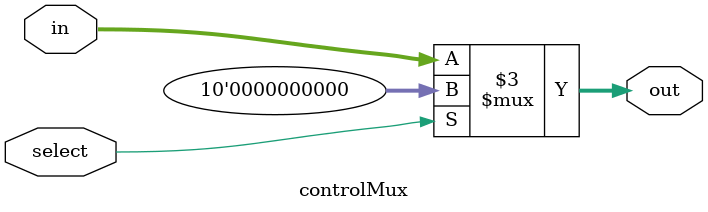
<source format=v>

`timescale 1ns / 1ns

module controlMux(in, select, out);
  input [9:0] in;
  input select;
  output reg [9:0] out;
  
  always @ (in or select) begin
    if (select) begin
      out <= 10'b0;  
      end
    else begin
      out <= in;
    end
  end
  
endmodule


</source>
